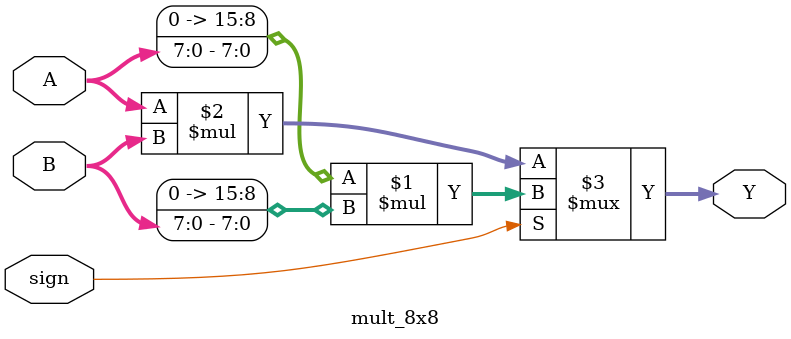
<source format=v>
module mult_8x8 (sign, A, B, Y);

    parameter A_width = 8;
    parameter B_width = 8;

    input [A_width-1:0] A;
    input [B_width-1:0] B;
    input sign;
    output [A_width+B_width-1:0] Y;

    assign Y = sign ? $signed(A) * $signed(B) : A * B;

    specify
        specparam tpd = 1.2;
        (A, B, sign *> Y) = tpd;
    endspecify

endmodule

</source>
